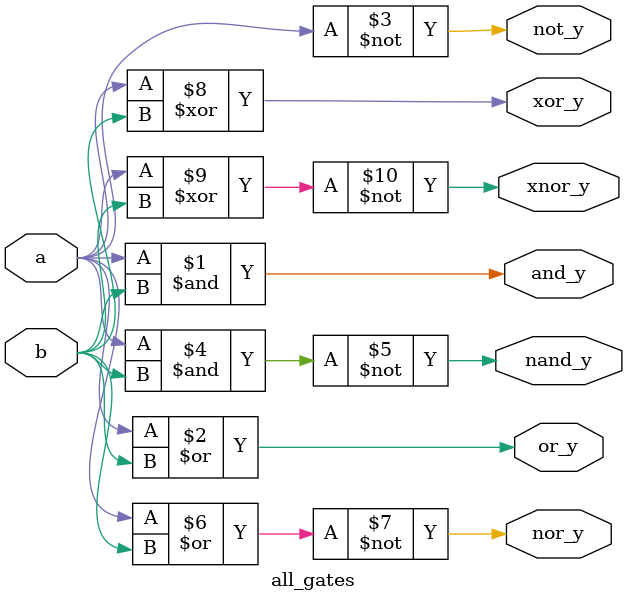
<source format=v>
module all_gates (
    input  a, b,
    output and_y,
    output or_y,
    output not_y,
    output nand_y,
    output nor_y,
    output xor_y,
    output xnor_y
);

    assign and_y  = a & b;
    assign or_y   = a | b;
    assign not_y  = ~a;
    assign nand_y = ~(a & b);
    assign nor_y  = ~(a | b);
    assign xor_y  = a ^ b;
    assign xnor_y = ~(a ^ b);

endmodule

</source>
